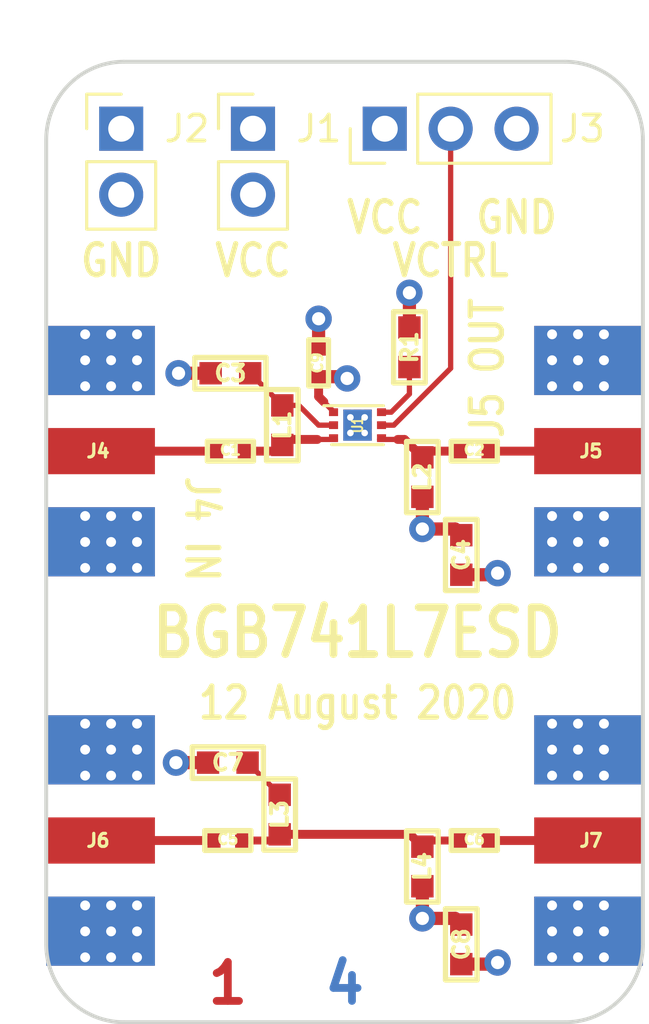
<source format=kicad_pcb>
(kicad_pcb (version 20221018) (generator pcbnew)
  (layers (0 "F.Cu" signal "C1F.Cu") (1 "In1.Cu" signal "C2.Cu") (2 "In2.Cu" signal "C3.Cu") (31 "B.Cu" signal "C4B.Cu") (34 "B.Paste" user) (35 "F.Paste" user) (36 "B.SilkS" user "B.Silkscreen") (37 "F.SilkS" user "F.Silkscreen") (38 "B.Mask" user) (39 "F.Mask" user) (44 "Edge.Cuts" user))
  (net 0 "")
  (net 1 "Net-(C1-Pad2)")
  (net 2 "Net-(C1-Pad1)")
  (net 3 "Net-(C2-Pad2)")
  (net 4 "Net-(C2-Pad1)")
  (net 5 "Net-(C3-Pad2)")
  (net 6 "GND")
  (net 7 "VCC")
  (net 8 "Net-(C5-Pad2)")
  (net 9 "Net-(C5-Pad1)")
  (net 10 "Net-(C6-Pad1)")
  (net 11 "Net-(C7-Pad2)")
  (net 12 "Net-(J3-Pad2)")
  (net 13 "Net-(R1-Pad2)")
  (footprint "gsg-modules:0402" (layer "F.Cu") (at 140.1 81 180)
    (fp_text reference "C1" (at 0 0.0508 180) (layer "F.SilkS") (effects (font (size 0.4064 0.4064) (thickness 0.1016))))
    (fp_text value "100nF" hide)
    (fp_line (start -0.889 -0.381) (end 0.889 -0.381) (stroke (width 0.2032)) (layer "F.SilkS"))
    (fp_line (start -0.889 0.381) (end -0.889 -0.381) (stroke (width 0.2032)) (layer "F.SilkS"))
    (fp_line (start 0.889 -0.381) (end 0.889 0.381) (stroke (width 0.2032)) (layer "F.SilkS"))
    (fp_line (start 0.889 0.381) (end -0.889 0.381) (stroke (width 0.2032)) (layer "F.SilkS"))
    (pad "1" smd rect (at -0.5334 0 180) (size 0.508 0.5588) (layers "F.Cu" "F.Paste" "F.Mask") (net 2 "Net-(C1-Pad1)"))
    (pad "2" smd rect (at 0.5334 0 180) (size 0.508 0.5588) (layers "F.Cu" "F.Paste" "F.Mask") (net 1 "Net-(C1-Pad2)"))
  )
  (footprint "gsg-modules:0402" (layer "F.Cu") (at 149.5 81 180)
    (fp_text reference "C2" (at 0 0.0508 180) (layer "F.SilkS") (effects (font (size 0.4064 0.4064) (thickness 0.1016))))
    (fp_text value "100nF" hide)
    (fp_line (start -0.889 -0.381) (end 0.889 -0.381) (stroke (width 0.2032)) (layer "F.SilkS"))
    (fp_line (start -0.889 0.381) (end -0.889 -0.381) (stroke (width 0.2032)) (layer "F.SilkS"))
    (fp_line (start 0.889 -0.381) (end 0.889 0.381) (stroke (width 0.2032)) (layer "F.SilkS"))
    (fp_line (start 0.889 0.381) (end -0.889 0.381) (stroke (width 0.2032)) (layer "F.SilkS"))
    (pad "1" smd rect (at -0.5334 0 180) (size 0.508 0.5588) (layers "F.Cu" "F.Paste" "F.Mask") (net 4 "Net-(C2-Pad1)"))
    (pad "2" smd rect (at 0.5334 0 180) (size 0.508 0.5588) (layers "F.Cu" "F.Paste" "F.Mask") (net 3 "Net-(C2-Pad2)"))
  )
  (footprint "gsg-modules:0603" (layer "F.Cu") (at 140.1 78)
    (fp_text reference "C3" (at 0 0) (layer "F.SilkS") (effects (font (size 0.6096 0.6096) (thickness 0.1524))))
    (fp_text value "1uF" hide)
    (fp_line (start -1.3716 -0.6096) (end -1.3716 0.6096) (stroke (width 0.2032)) (layer "F.SilkS"))
    (fp_line (start -1.3716 0.6096) (end 1.3716 0.6096) (stroke (width 0.2032)) (layer "F.SilkS"))
    (fp_line (start 1.3716 -0.6096) (end -1.3716 -0.6096) (stroke (width 0.2032)) (layer "F.SilkS"))
    (fp_line (start 1.3716 0.6096) (end 1.3716 -0.6096) (stroke (width 0.2032)) (layer "F.SilkS"))
    (pad "1" smd rect (at -0.762 0) (size 0.8636 0.8636) (layers "F.Cu" "F.Paste" "F.Mask") (net 6 "GND") (clearance 0.1778))
    (pad "2" smd rect (at 0.762 0) (size 0.8636 0.8636) (layers "F.Cu" "F.Paste" "F.Mask") (net 5 "Net-(C3-Pad2)") (clearance 0.1778))
  )
  (footprint "gsg-modules:0603" (layer "F.Cu") (at 149 85 90)
    (fp_text reference "C4" (at 0 0 90) (layer "F.SilkS") (effects (font (size 0.6096 0.6096) (thickness 0.1524))))
    (fp_text value "1uF" hide)
    (fp_line (start -1.3716 -0.6096) (end -1.3716 0.6096) (stroke (width 0.2032)) (layer "F.SilkS"))
    (fp_line (start -1.3716 0.6096) (end 1.3716 0.6096) (stroke (width 0.2032)) (layer "F.SilkS"))
    (fp_line (start 1.3716 -0.6096) (end -1.3716 -0.6096) (stroke (width 0.2032)) (layer "F.SilkS"))
    (fp_line (start 1.3716 0.6096) (end 1.3716 -0.6096) (stroke (width 0.2032)) (layer "F.SilkS"))
    (pad "1" smd rect (at -0.762 0 90) (size 0.8636 0.8636) (layers "F.Cu" "F.Paste" "F.Mask") (net 6 "GND") (clearance 0.1778))
    (pad "2" smd rect (at 0.762 0 90) (size 0.8636 0.8636) (layers "F.Cu" "F.Paste" "F.Mask") (net 7 "VCC") (clearance 0.1778))
  )
  (footprint "gsg-modules:SMA-73251-2120" (layer "F.Cu") (at 156 81 180)
    (fp_text reference "J5" (at 1.99898 0) (layer "F.SilkS") (effects (font (size 0.50038 0.50038) (thickness 0.12446))))
    (fp_text value "CONN_COAXIAL" hide)
    (pad "1" smd rect (at 2.095 0 180) (size 4.19 1.78) (layers "F.Cu" "F.Mask") (net 4 "Net-(C2-Pad1)"))
    (pad "2" thru_hole circle (at 1.5 -4.5 180) (size 0.6 0.6) (drill 0.381) (layers "*.Cu") (net 6 "GND"))
    (pad "2" thru_hole circle (at 1.5 -3.5 180) (size 0.6 0.6) (drill 0.381) (layers "*.Cu") (net 6 "GND"))
    (pad "2" thru_hole circle (at 1.5 -2.5 180) (size 0.6 0.6) (drill 0.381) (layers "*.Cu") (net 6 "GND"))
    (pad "2" thru_hole circle (at 1.5 2.5 180) (size 0.6 0.6) (drill 0.381) (layers "*.Cu") (net 6 "GND"))
    (pad "2" thru_hole circle (at 1.5 3.5 180) (size 0.6 0.6) (drill 0.381) (layers "*.Cu") (net 6 "GND"))
    (pad "2" thru_hole circle (at 1.5 4.5 180) (size 0.6 0.6) (drill 0.381) (layers "*.Cu") (net 6 "GND"))
    (pad "2" smd rect (at 2.095 -3.4925 180) (size 4.19 2.665) (layers "F.Cu" "F.Mask") (net 6 "GND"))
    (pad "2" smd rect (at 2.095 -3.4925 180) (size 4.19 2.665) (layers "B.Cu" "B.Mask") (net 6 "GND"))
    (pad "2" smd rect (at 2.095 3.4925 180) (size 4.19 2.665) (layers "F.Cu" "F.Mask") (net 6 "GND"))
    (pad "2" smd rect (at 2.095 3.4925 180) (size 4.19 2.665) (layers "B.Cu" "B.Mask") (net 6 "GND"))
    (pad "2" thru_hole circle (at 2.5 -4.5 180) (size 0.6 0.6) (drill 0.381) (layers "*.Cu") (net 6 "GND"))
    (pad "2" thru_hole circle (at 2.5 -3.5 180) (size 0.6 0.6) (drill 0.381) (layers "*.Cu") (net 6 "GND"))
    (pad "2" thru_hole circle (at 2.5 -2.5 180) (size 0.6 0.6) (drill 0.381) (layers "*.Cu") (net 6 "GND"))
    (pad "2" thru_hole circle (at 2.5 2.5 180) (size 0.6 0.6) (drill 0.381) (layers "*.Cu") (net 6 "GND"))
    (pad "2" thru_hole circle (at 2.5 3.5 180) (size 0.6 0.6) (drill 0.381) (layers "*.Cu") (net 6 "GND"))
    (pad "2" thru_hole circle (at 2.5 4.5 180) (size 0.6 0.6) (drill 0.381) (layers "*.Cu") (net 6 "GND"))
    (pad "2" thru_hole circle (at 3.5 -4.5 180) (size 0.6 0.6) (drill 0.381) (layers "*.Cu") (net 6 "GND"))
    (pad "2" thru_hole circle (at 3.5 -3.5 180) (size 0.6 0.6) (drill 0.381) (layers "*.Cu") (net 6 "GND"))
    (pad "2" thru_hole circle (at 3.5 -2.5 180) (size 0.6 0.6) (drill 0.381) (layers "*.Cu") (net 6 "GND"))
    (pad "2" thru_hole circle (at 3.5 2.5 180) (size 0.6 0.6) (drill 0.381) (layers "*.Cu") (net 6 "GND"))
    (pad "2" thru_hole circle (at 3.5 3.5 180) (size 0.6 0.6) (drill 0.381) (layers "*.Cu") (net 6 "GND"))
    (pad "2" thru_hole circle (at 3.5 4.5 180) (size 0.6 0.6) (drill 0.381) (layers "*.Cu") (net 6 "GND"))
  )
  (footprint "gsg-modules:0603" (layer "F.Cu") (at 142.1 80 90)
    (fp_text reference "L1" (at 0 0 90) (layer "F.SilkS") (effects (font (size 0.6096 0.6096) (thickness 0.1524))))
    (fp_text value "10uH" hide)
    (fp_line (start -1.3716 -0.6096) (end -1.3716 0.6096) (stroke (width 0.2032)) (layer "F.SilkS"))
    (fp_line (start -1.3716 0.6096) (end 1.3716 0.6096) (stroke (width 0.2032)) (layer "F.SilkS"))
    (fp_line (start 1.3716 -0.6096) (end -1.3716 -0.6096) (stroke (width 0.2032)) (layer "F.SilkS"))
    (fp_line (start 1.3716 0.6096) (end 1.3716 -0.6096) (stroke (width 0.2032)) (layer "F.SilkS"))
    (pad "1" smd rect (at -0.762 0 90) (size 0.8636 0.8636) (layers "F.Cu" "F.Paste" "F.Mask") (net 2 "Net-(C1-Pad1)") (clearance 0.1778))
    (pad "2" smd rect (at 0.762 0 90) (size 0.8636 0.8636) (layers "F.Cu" "F.Paste" "F.Mask") (net 5 "Net-(C3-Pad2)") (clearance 0.1778))
  )
  (footprint "gsg-modules:0603" (layer "F.Cu") (at 147.5 82 -90)
    (fp_text reference "L2" (at 0 0 270) (layer "F.SilkS") (effects (font (size 0.6096 0.6096) (thickness 0.1524))))
    (fp_text value "10uH" hide)
    (fp_line (start -1.3716 -0.6096) (end -1.3716 0.6096) (stroke (width 0.2032)) (layer "F.SilkS"))
    (fp_line (start -1.3716 0.6096) (end 1.3716 0.6096) (stroke (width 0.2032)) (layer "F.SilkS"))
    (fp_line (start 1.3716 -0.6096) (end -1.3716 -0.6096) (stroke (width 0.2032)) (layer "F.SilkS"))
    (fp_line (start 1.3716 0.6096) (end 1.3716 -0.6096) (stroke (width 0.2032)) (layer "F.SilkS"))
    (pad "1" smd rect (at -0.762 0 270) (size 0.8636 0.8636) (layers "F.Cu" "F.Paste" "F.Mask") (net 3 "Net-(C2-Pad2)") (clearance 0.1778))
    (pad "2" smd rect (at 0.762 0 270) (size 0.8636 0.8636) (layers "F.Cu" "F.Paste" "F.Mask") (net 7 "VCC") (clearance 0.1778))
  )
  (footprint "gsg-modules:0603" (layer "F.Cu") (at 147 77 -90)
    (fp_text reference "R1" (at 0 0 270) (layer "F.SilkS") (effects (font (size 0.6096 0.6096) (thickness 0.1524))))
    (fp_text value "3k" hide)
    (fp_line (start -1.3716 -0.6096) (end -1.3716 0.6096) (stroke (width 0.2032)) (layer "F.SilkS"))
    (fp_line (start -1.3716 0.6096) (end 1.3716 0.6096) (stroke (width 0.2032)) (layer "F.SilkS"))
    (fp_line (start 1.3716 -0.6096) (end -1.3716 -0.6096) (stroke (width 0.2032)) (layer "F.SilkS"))
    (fp_line (start 1.3716 0.6096) (end 1.3716 -0.6096) (stroke (width 0.2032)) (layer "F.SilkS"))
    (pad "1" smd rect (at -0.762 0 270) (size 0.8636 0.8636) (layers "F.Cu" "F.Paste" "F.Mask") (net 7 "VCC") (clearance 0.1778))
    (pad "2" smd rect (at 0.762 0 270) (size 0.8636 0.8636) (layers "F.Cu" "F.Paste" "F.Mask") (net 13 "Net-(R1-Pad2)") (clearance 0.1778))
  )
  (footprint "gsg-modules:SMA-73251-2120" (layer "F.Cu") (at 133 81)
    (fp_text reference "J4" (at 1.99898 0) (layer "F.SilkS") (effects (font (size 0.50038 0.50038) (thickness 0.12446))))
    (fp_text value "CONN_COAXIAL" hide)
    (pad "1" smd rect (at 2.095 0) (size 4.19 1.78) (layers "F.Cu" "F.Mask") (net 1 "Net-(C1-Pad2)"))
    (pad "2" thru_hole circle (at 1.5 -4.5) (size 0.6 0.6) (drill 0.381) (layers "*.Cu") (net 6 "GND"))
    (pad "2" thru_hole circle (at 1.5 -3.5) (size 0.6 0.6) (drill 0.381) (layers "*.Cu") (net 6 "GND"))
    (pad "2" thru_hole circle (at 1.5 -2.5) (size 0.6 0.6) (drill 0.381) (layers "*.Cu") (net 6 "GND"))
    (pad "2" thru_hole circle (at 1.5 2.5) (size 0.6 0.6) (drill 0.381) (layers "*.Cu") (net 6 "GND"))
    (pad "2" thru_hole circle (at 1.5 3.5) (size 0.6 0.6) (drill 0.381) (layers "*.Cu") (net 6 "GND"))
    (pad "2" thru_hole circle (at 1.5 4.5) (size 0.6 0.6) (drill 0.381) (layers "*.Cu") (net 6 "GND"))
    (pad "2" smd rect (at 2.095 -3.4925) (size 4.19 2.665) (layers "F.Cu" "F.Mask") (net 6 "GND"))
    (pad "2" smd rect (at 2.095 -3.4925) (size 4.19 2.665) (layers "B.Cu" "B.Mask") (net 6 "GND"))
    (pad "2" smd rect (at 2.095 3.4925) (size 4.19 2.665) (layers "F.Cu" "F.Mask") (net 6 "GND"))
    (pad "2" smd rect (at 2.095 3.4925) (size 4.19 2.665) (layers "B.Cu" "B.Mask") (net 6 "GND"))
    (pad "2" thru_hole circle (at 2.5 -4.5) (size 0.6 0.6) (drill 0.381) (layers "*.Cu") (net 6 "GND"))
    (pad "2" thru_hole circle (at 2.5 -3.5) (size 0.6 0.6) (drill 0.381) (layers "*.Cu") (net 6 "GND"))
    (pad "2" thru_hole circle (at 2.5 -2.5) (size 0.6 0.6) (drill 0.381) (layers "*.Cu") (net 6 "GND"))
    (pad "2" thru_hole circle (at 2.5 2.5) (size 0.6 0.6) (drill 0.381) (layers "*.Cu") (net 6 "GND"))
    (pad "2" thru_hole circle (at 2.5 3.5) (size 0.6 0.6) (drill 0.381) (layers "*.Cu") (net 6 "GND"))
    (pad "2" thru_hole circle (at 2.5 4.5) (size 0.6 0.6) (drill 0.381) (layers "*.Cu") (net 6 "GND"))
    (pad "2" thru_hole circle (at 3.5 -4.5) (size 0.6 0.6) (drill 0.381) (layers "*.Cu") (net 6 "GND"))
    (pad "2" thru_hole circle (at 3.5 -3.5) (size 0.6 0.6) (drill 0.381) (layers "*.Cu") (net 6 "GND"))
    (pad "2" thru_hole circle (at 3.5 -2.5) (size 0.6 0.6) (drill 0.381) (layers "*.Cu") (net 6 "GND"))
    (pad "2" thru_hole circle (at 3.5 2.5) (size 0.6 0.6) (drill 0.381) (layers "*.Cu") (net 6 "GND"))
    (pad "2" thru_hole circle (at 3.5 3.5) (size 0.6 0.6) (drill 0.381) (layers "*.Cu") (net 6 "GND"))
    (pad "2" thru_hole circle (at 3.5 4.5) (size 0.6 0.6) (drill 0.381) (layers "*.Cu") (net 6 "GND"))
  )
  (footprint "gsg-modules:0402" (layer "F.Cu") (at 143.5 77.6 -90)
    (fp_text reference "C9" (at 0 0.0508 270) (layer "F.SilkS") (effects (font (size 0.4064 0.4064) (thickness 0.1016))))
    (fp_text value "100nF" hide)
    (fp_line (start -0.889 -0.381) (end 0.889 -0.381) (stroke (width 0.2032)) (layer "F.SilkS"))
    (fp_line (start -0.889 0.381) (end -0.889 -0.381) (stroke (width 0.2032)) (layer "F.SilkS"))
    (fp_line (start 0.889 -0.381) (end 0.889 0.381) (stroke (width 0.2032)) (layer "F.SilkS"))
    (fp_line (start 0.889 0.381) (end -0.889 0.381) (stroke (width 0.2032)) (layer "F.SilkS"))
    (pad "1" smd rect (at -0.5334 0 270) (size 0.508 0.5588) (layers "F.Cu" "F.Paste" "F.Mask") (net 6 "GND"))
    (pad "2" smd rect (at 0.5334 0 270) (size 0.508 0.5588) (layers "F.Cu" "F.Paste" "F.Mask") (net 7 "VCC"))
  )
  (footprint "gsg-modules:TSLP-7-1" (layer "F.Cu") (at 145 80 -90)
    (fp_text reference "U1" (at 0 0 270) (layer "F.SilkS") (effects (font (size 0.39878 0.29972) (thickness 0.07493))))
    (fp_text value "BGB741L7ESD" hide)
    (fp_line (start -0.75 -1) (end -0.75 1.3) (stroke (width 0.12)) (layer "F.SilkS"))
    (fp_line (start 0.75 -1) (end 0.75 1) (stroke (width 0.12)) (layer "F.SilkS"))
    (pad "1" smd rect (at -0.5 0.925 270) (size 0.3 0.35) (layers "F.Cu" "F.Paste" "F.Mask") (net 7 "VCC"))
    (pad "2" smd rect (at 0 0.925 270) (size 0.3 0.35) (layers "F.Cu" "F.Paste" "F.Mask") (net 5 "Net-(C3-Pad2)"))
    (pad "3" smd rect (at 0.5 0.925 270) (size 0.3 0.35) (layers "F.Cu" "F.Paste" "F.Mask") (net 2 "Net-(C1-Pad1)"))
    (pad "4" smd rect (at 0.5 -0.925 270) (size 0.3 0.35) (layers "F.Cu" "F.Paste" "F.Mask") (net 3 "Net-(C2-Pad2)"))
    (pad "5" smd rect (at 0 -0.925 270) (size 0.3 0.35) (layers "F.Cu" "F.Paste" "F.Mask") (net 12 "Net-(J3-Pad2)"))
    (pad "6" smd rect (at -0.5 -0.925 270) (size 0.3 0.35) (layers "F.Cu" "F.Paste" "F.Mask") (net 13 "Net-(R1-Pad2)"))
    (pad "7" smd rect (at -0.45 -0.4 270) (size 0.3 0.3) (layers "F.Cu" "F.Paste") (net 6 "GND"))
    (pad "7" smd rect (at -0.45 0 270) (size 0.3 0.3) (layers "F.Cu" "F.Paste") (net 6 "GND"))
    (pad "7" smd rect (at -0.45 0.4 270) (size 0.3 0.3) (layers "F.Cu" "F.Paste") (net 6 "GND"))
    (pad "7" thru_hole circle (at -0.3 -0.275 270) (size 0.5 0.5) (drill 0.254) (layers "*.Cu" "*.Mask") (net 6 "GND"))
    (pad "7" thru_hole circle (at -0.3 0.275 270) (size 0.5 0.5) (drill 0.254) (layers "*.Cu" "*.Mask") (net 6 "GND"))
    (pad "7" smd rect (at 0 -0.4 270) (size 0.3 0.3) (layers "F.Cu" "F.Paste") (net 6 "GND"))
    (pad "7" smd rect (at 0 0 270) (size 0.3 0.3) (layers "F.Cu" "F.Paste") (net 6 "GND"))
    (pad "7" smd rect (at 0 0 270) (size 1.2 1.1) (layers "F.Cu" "F.Mask") (net 6 "GND"))
    (pad "7" smd rect (at 0 0 270) (size 1.2 1.1) (layers "B.Cu") (net 6 "GND"))
    (pad "7" smd rect (at 0 0.4 270) (size 0.3 0.3) (layers "F.Cu" "F.Paste") (net 6 "GND"))
    (pad "7" thru_hole circle (at 0.3 -0.275 270) (size 0.5 0.5) (drill 0.254) (layers "*.Cu" "*.Mask") (net 6 "GND"))
    (pad "7" thru_hole circle (at 0.3 0.275 270) (size 0.5 0.5) (drill 0.254) (layers "*.Cu" "*.Mask") (net 6 "GND"))
    (pad "7" smd rect (at 0.45 -0.4 270) (size 0.3 0.3) (layers "F.Cu" "F.Paste") (net 6 "GND"))
    (pad "7" smd rect (at 0.45 0 270) (size 0.3 0.3) (layers "F.Cu" "F.Paste") (net 6 "GND"))
    (pad "7" smd rect (at 0.45 0.4 270) (size 0.3 0.3) (layers "F.Cu" "F.Paste") (net 6 "GND"))
  )
  (footprint "gsg-modules:SMA-73251-2120" (layer "F.Cu") (at 133 96)
    (fp_text reference "J6" (at 1.99898 0) (layer "F.SilkS") (effects (font (size 0.50038 0.50038) (thickness 0.12446))))
    (fp_text value "CONN_COAXIAL" hide)
    (pad "1" smd rect (at 2.095 0) (size 4.19 1.78) (layers "F.Cu" "F.Mask") (net 8 "Net-(C5-Pad2)"))
    (pad "2" thru_hole circle (at 1.5 -4.5) (size 0.6 0.6) (drill 0.381) (layers "*.Cu") (net 6 "GND"))
    (pad "2" thru_hole circle (at 1.5 -3.5) (size 0.6 0.6) (drill 0.381) (layers "*.Cu") (net 6 "GND"))
    (pad "2" thru_hole circle (at 1.5 -2.5) (size 0.6 0.6) (drill 0.381) (layers "*.Cu") (net 6 "GND"))
    (pad "2" thru_hole circle (at 1.5 2.5) (size 0.6 0.6) (drill 0.381) (layers "*.Cu") (net 6 "GND"))
    (pad "2" thru_hole circle (at 1.5 3.5) (size 0.6 0.6) (drill 0.381) (layers "*.Cu") (net 6 "GND"))
    (pad "2" thru_hole circle (at 1.5 4.5) (size 0.6 0.6) (drill 0.381) (layers "*.Cu") (net 6 "GND"))
    (pad "2" smd rect (at 2.095 -3.4925) (size 4.19 2.665) (layers "F.Cu" "F.Mask") (net 6 "GND"))
    (pad "2" smd rect (at 2.095 -3.4925) (size 4.19 2.665) (layers "B.Cu" "B.Mask") (net 6 "GND"))
    (pad "2" smd rect (at 2.095 3.4925) (size 4.19 2.665) (layers "F.Cu" "F.Mask") (net 6 "GND"))
    (pad "2" smd rect (at 2.095 3.4925) (size 4.19 2.665) (layers "B.Cu" "B.Mask") (net 6 "GND"))
    (pad "2" thru_hole circle (at 2.5 -4.5) (size 0.6 0.6) (drill 0.381) (layers "*.Cu") (net 6 "GND"))
    (pad "2" thru_hole circle (at 2.5 -3.5) (size 0.6 0.6) (drill 0.381) (layers "*.Cu") (net 6 "GND"))
    (pad "2" thru_hole circle (at 2.5 -2.5) (size 0.6 0.6) (drill 0.381) (layers "*.Cu") (net 6 "GND"))
    (pad "2" thru_hole circle (at 2.5 2.5) (size 0.6 0.6) (drill 0.381) (layers "*.Cu") (net 6 "GND"))
    (pad "2" thru_hole circle (at 2.5 3.5) (size 0.6 0.6) (drill 0.381) (layers "*.Cu") (net 6 "GND"))
    (pad "2" thru_hole circle (at 2.5 4.5) (size 0.6 0.6) (drill 0.381) (layers "*.Cu") (net 6 "GND"))
    (pad "2" thru_hole circle (at 3.5 -4.5) (size 0.6 0.6) (drill 0.381) (layers "*.Cu") (net 6 "GND"))
    (pad "2" thru_hole circle (at 3.5 -3.5) (size 0.6 0.6) (drill 0.381) (layers "*.Cu") (net 6 "GND"))
    (pad "2" thru_hole circle (at 3.5 -2.5) (size 0.6 0.6) (drill 0.381) (layers "*.Cu") (net 6 "GND"))
    (pad "2" thru_hole circle (at 3.5 2.5) (size 0.6 0.6) (drill 0.381) (layers "*.Cu") (net 6 "GND"))
    (pad "2" thru_hole circle (at 3.5 3.5) (size 0.6 0.6) (drill 0.381) (layers "*.Cu") (net 6 "GND"))
    (pad "2" thru_hole circle (at 3.5 4.5) (size 0.6 0.6) (drill 0.381) (layers "*.Cu") (net 6 "GND"))
  )
  (footprint "gsg-modules:SMA-73251-2120" (layer "F.Cu") (at 156 96 180)
    (fp_text reference "J7" (at 1.99898 0) (layer "F.SilkS") (effects (font (size 0.50038 0.50038) (thickness 0.12446))))
    (fp_text value "CONN_COAXIAL" hide)
    (pad "1" smd rect (at 2.095 0 180) (size 4.19 1.78) (layers "F.Cu" "F.Mask") (net 10 "Net-(C6-Pad1)"))
    (pad "2" thru_hole circle (at 1.5 -4.5 180) (size 0.6 0.6) (drill 0.381) (layers "*.Cu") (net 6 "GND"))
    (pad "2" thru_hole circle (at 1.5 -3.5 180) (size 0.6 0.6) (drill 0.381) (layers "*.Cu") (net 6 "GND"))
    (pad "2" thru_hole circle (at 1.5 -2.5 180) (size 0.6 0.6) (drill 0.381) (layers "*.Cu") (net 6 "GND"))
    (pad "2" thru_hole circle (at 1.5 2.5 180) (size 0.6 0.6) (drill 0.381) (layers "*.Cu") (net 6 "GND"))
    (pad "2" thru_hole circle (at 1.5 3.5 180) (size 0.6 0.6) (drill 0.381) (layers "*.Cu") (net 6 "GND"))
    (pad "2" thru_hole circle (at 1.5 4.5 180) (size 0.6 0.6) (drill 0.381) (layers "*.Cu") (net 6 "GND"))
    (pad "2" smd rect (at 2.095 -3.4925 180) (size 4.19 2.665) (layers "F.Cu" "F.Mask") (net 6 "GND"))
    (pad "2" smd rect (at 2.095 -3.4925 180) (size 4.19 2.665) (layers "B.Cu" "B.Mask") (net 6 "GND"))
    (pad "2" smd rect (at 2.095 3.4925 180) (size 4.19 2.665) (layers "F.Cu" "F.Mask") (net 6 "GND"))
    (pad "2" smd rect (at 2.095 3.4925 180) (size 4.19 2.665) (layers "B.Cu" "B.Mask") (net 6 "GND"))
    (pad "2" thru_hole circle (at 2.5 -4.5 180) (size 0.6 0.6) (drill 0.381) (layers "*.Cu") (net 6 "GND"))
    (pad "2" thru_hole circle (at 2.5 -3.5 180) (size 0.6 0.6) (drill 0.381) (layers "*.Cu") (net 6 "GND"))
    (pad "2" thru_hole circle (at 2.5 -2.5 180) (size 0.6 0.6) (drill 0.381) (layers "*.Cu") (net 6 "GND"))
    (pad "2" thru_hole circle (at 2.5 2.5 180) (size 0.6 0.6) (drill 0.381) (layers "*.Cu") (net 6 "GND"))
    (pad "2" thru_hole circle (at 2.5 3.5 180) (size 0.6 0.6) (drill 0.381) (layers "*.Cu") (net 6 "GND"))
    (pad "2" thru_hole circle (at 2.5 4.5 180) (size 0.6 0.6) (drill 0.381) (layers "*.Cu") (net 6 "GND"))
    (pad "2" thru_hole circle (at 3.5 -4.5 180) (size 0.6 0.6) (drill 0.381) (layers "*.Cu") (net 6 "GND"))
    (pad "2" thru_hole circle (at 3.5 -3.5 180) (size 0.6 0.6) (drill 0.381) (layers "*.Cu") (net 6 "GND"))
    (pad "2" thru_hole circle (at 3.5 -2.5 180) (size 0.6 0.6) (drill 0.381) (layers "*.Cu") (net 6 "GND"))
    (pad "2" thru_hole circle (at 3.5 2.5 180) (size 0.6 0.6) (drill 0.381) (layers "*.Cu") (net 6 "GND"))
    (pad "2" thru_hole circle (at 3.5 3.5 180) (size 0.6 0.6) (drill 0.381) (layers "*.Cu") (net 6 "GND"))
    (pad "2" thru_hole circle (at 3.5 4.5 180) (size 0.6 0.6) (drill 0.381) (layers "*.Cu") (net 6 "GND"))
  )
  (footprint "gsg-modules:0402" (layer "F.Cu") (at 149.5 96 180)
    (fp_text reference "C6" (at 0 0.0508 180) (layer "F.SilkS") (effects (font (size 0.4064 0.4064) (thickness 0.1016))))
    (fp_text value "100nF" hide)
    (fp_line (start -0.889 -0.381) (end 0.889 -0.381) (stroke (width 0.2032)) (layer "F.SilkS"))
    (fp_line (start -0.889 0.381) (end -0.889 -0.381) (stroke (width 0.2032)) (layer "F.SilkS"))
    (fp_line (start 0.889 -0.381) (end 0.889 0.381) (stroke (width 0.2032)) (layer "F.SilkS"))
    (fp_line (start 0.889 0.381) (end -0.889 0.381) (stroke (width 0.2032)) (layer "F.SilkS"))
    (pad "1" smd rect (at -0.5334 0 180) (size 0.508 0.5588) (layers "F.Cu" "F.Paste" "F.Mask") (net 10 "Net-(C6-Pad1)"))
    (pad "2" smd rect (at 0.5334 0 180) (size 0.508 0.5588) (layers "F.Cu" "F.Paste" "F.Mask") (net 9 "Net-(C5-Pad1)"))
  )
  (footprint "gsg-modules:0402" (layer "F.Cu") (at 140 96 180)
    (fp_text reference "C5" (at 0 0.0508 180) (layer "F.SilkS") (effects (font (size 0.4064 0.4064) (thickness 0.1016))))
    (fp_text value "100nF" hide)
    (fp_line (start -0.889 -0.381) (end 0.889 -0.381) (stroke (width 0.2032)) (layer "F.SilkS"))
    (fp_line (start -0.889 0.381) (end -0.889 -0.381) (stroke (width 0.2032)) (layer "F.SilkS"))
    (fp_line (start 0.889 -0.381) (end 0.889 0.381) (stroke (width 0.2032)) (layer "F.SilkS"))
    (fp_line (start 0.889 0.381) (end -0.889 0.381) (stroke (width 0.2032)) (layer "F.SilkS"))
    (pad "1" smd rect (at -0.5334 0 180) (size 0.508 0.5588) (layers "F.Cu" "F.Paste" "F.Mask") (net 9 "Net-(C5-Pad1)"))
    (pad "2" smd rect (at 0.5334 0 180) (size 0.508 0.5588) (layers "F.Cu" "F.Paste" "F.Mask") (net 8 "Net-(C5-Pad2)"))
  )
  (footprint "gsg-modules:0603" (layer "F.Cu") (at 149 100 90)
    (fp_text reference "C8" (at 0 0 90) (layer "F.SilkS") (effects (font (size 0.6096 0.6096) (thickness 0.1524))))
    (fp_text value "1uF" hide)
    (fp_line (start -1.3716 -0.6096) (end -1.3716 0.6096) (stroke (width 0.2032)) (layer "F.SilkS"))
    (fp_line (start -1.3716 0.6096) (end 1.3716 0.6096) (stroke (width 0.2032)) (layer "F.SilkS"))
    (fp_line (start 1.3716 -0.6096) (end -1.3716 -0.6096) (stroke (width 0.2032)) (layer "F.SilkS"))
    (fp_line (start 1.3716 0.6096) (end 1.3716 -0.6096) (stroke (width 0.2032)) (layer "F.SilkS"))
    (pad "1" smd rect (at -0.762 0 90) (size 0.8636 0.8636) (layers "F.Cu" "F.Paste" "F.Mask") (net 6 "GND") (clearance 0.1778))
    (pad "2" smd rect (at 0.762 0 90) (size 0.8636 0.8636) (layers "F.Cu" "F.Paste" "F.Mask") (net 7 "VCC") (clearance 0.1778))
  )
  (footprint "gsg-modules:0603" (layer "F.Cu") (at 140 93)
    (fp_text reference "C7" (at 0 0) (layer "F.SilkS") (effects (font (size 0.6096 0.6096) (thickness 0.1524))))
    (fp_text value "1uF" hide)
    (fp_line (start -1.3716 -0.6096) (end -1.3716 0.6096) (stroke (width 0.2032)) (layer "F.SilkS"))
    (fp_line (start -1.3716 0.6096) (end 1.3716 0.6096) (stroke (width 0.2032)) (layer "F.SilkS"))
    (fp_line (start 1.3716 -0.6096) (end -1.3716 -0.6096) (stroke (width 0.2032)) (layer "F.SilkS"))
    (fp_line (start 1.3716 0.6096) (end 1.3716 -0.6096) (stroke (width 0.2032)) (layer "F.SilkS"))
    (pad "1" smd rect (at -0.762 0) (size 0.8636 0.8636) (layers "F.Cu" "F.Paste" "F.Mask") (net 6 "GND") (clearance 0.1778))
    (pad "2" smd rect (at 0.762 0) (size 0.8636 0.8636) (layers "F.Cu" "F.Paste" "F.Mask") (net 11 "Net-(C7-Pad2)") (clearance 0.1778))
  )
  (footprint "gsg-modules:0603" (layer "F.Cu") (at 142 95 90)
    (fp_text reference "L3" (at 0 0 90) (layer "F.SilkS") (effects (font (size 0.6096 0.6096) (thickness 0.1524))))
    (fp_text value "10uH" hide)
    (fp_line (start -1.3716 -0.6096) (end -1.3716 0.6096) (stroke (width 0.2032)) (layer "F.SilkS"))
    (fp_line (start -1.3716 0.6096) (end 1.3716 0.6096) (stroke (width 0.2032)) (layer "F.SilkS"))
    (fp_line (start 1.3716 -0.6096) (end -1.3716 -0.6096) (stroke (width 0.2032)) (layer "F.SilkS"))
    (fp_line (start 1.3716 0.6096) (end 1.3716 -0.6096) (stroke (width 0.2032)) (layer "F.SilkS"))
    (pad "1" smd rect (at -0.762 0 90) (size 0.8636 0.8636) (layers "F.Cu" "F.Paste" "F.Mask") (net 9 "Net-(C5-Pad1)") (clearance 0.1778))
    (pad "2" smd rect (at 0.762 0 90) (size 0.8636 0.8636) (layers "F.Cu" "F.Paste" "F.Mask") (net 11 "Net-(C7-Pad2)") (clearance 0.1778))
  )
  (footprint "gsg-modules:0603" (layer "F.Cu") (at 147.5 97 -90)
    (fp_text reference "L4" (at 0 0 270) (layer "F.SilkS") (effects (font (size 0.6096 0.6096) (thickness 0.1524))))
    (fp_text value "10uH" hide)
    (fp_line (start -1.3716 -0.6096) (end -1.3716 0.6096) (stroke (width 0.2032)) (layer "F.SilkS"))
    (fp_line (start -1.3716 0.6096) (end 1.3716 0.6096) (stroke (width 0.2032)) (layer "F.SilkS"))
    (fp_line (start 1.3716 -0.6096) (end -1.3716 -0.6096) (stroke (width 0.2032)) (layer "F.SilkS"))
    (fp_line (start 1.3716 0.6096) (end 1.3716 -0.6096) (stroke (width 0.2032)) (layer "F.SilkS"))
    (pad "1" smd rect (at -0.762 0 270) (size 0.8636 0.8636) (layers "F.Cu" "F.Paste" "F.Mask") (net 9 "Net-(C5-Pad1)") (clearance 0.1778))
    (pad "2" smd rect (at 0.762 0 270) (size 0.8636 0.8636) (layers "F.Cu" "F.Paste" "F.Mask") (net 7 "VCC") (clearance 0.1778))
  )
  (footprint "Connector_PinHeader_2.54mm:PinHeader_1x02_P2.54mm_Vertical" (layer "F.Cu") (at 135.89 68.58)
    (fp_text reference "J2" (at 2.54 0) (layer "F.SilkS"))
    (fp_text value "Conn_01x02")
    (fp_line (start -1.33 -1.33) (end 0 -1.33) (stroke (width 0.12)) (layer "F.SilkS"))
    (fp_line (start -1.33 0) (end -1.33 -1.33) (stroke (width 0.12)) (layer "F.SilkS"))
    (fp_line (start -1.33 1.27) (end -1.33 3.87) (stroke (width 0.12)) (layer "F.SilkS"))
    (fp_line (start -1.33 1.27) (end 1.33 1.27) (stroke (width 0.12)) (layer "F.SilkS"))
    (fp_line (start -1.33 3.87) (end 1.33 3.87) (stroke (width 0.12)) (layer "F.SilkS"))
    (fp_line (start 1.33 1.27) (end 1.33 3.87) (stroke (width 0.12)) (layer "F.SilkS"))
    (pad "1" thru_hole rect (at 0 0) (size 1.7 1.7) (drill 1) (layers "*.Cu" "*.Mask") (net 6 "GND"))
    (pad "2" thru_hole oval (at 0 2.54) (size 1.7 1.7) (drill 1) (layers "*.Cu" "*.Mask") (net 6 "GND"))
  )
  (footprint "Connector_PinHeader_2.54mm:PinHeader_1x02_P2.54mm_Vertical" (layer "F.Cu") (at 140.97 68.58)
    (fp_text reference "J1" (at 2.54 0 180) (layer "F.SilkS"))
    (fp_text value "Conn_01x02")
    (fp_line (start -1.33 -1.33) (end 0 -1.33) (stroke (width 0.12)) (layer "F.SilkS"))
    (fp_line (start -1.33 0) (end -1.33 -1.33) (stroke (width 0.12)) (layer "F.SilkS"))
    (fp_line (start -1.33 1.27) (end -1.33 3.87) (stroke (width 0.12)) (layer "F.SilkS"))
    (fp_line (start -1.33 1.27) (end 1.33 1.27) (stroke (width 0.12)) (layer "F.SilkS"))
    (fp_line (start -1.33 3.87) (end 1.33 3.87) (stroke (width 0.12)) (layer "F.SilkS"))
    (fp_line (start 1.33 1.27) (end 1.33 3.87) (stroke (width 0.12)) (layer "F.SilkS"))
    (pad "1" thru_hole rect (at 0 0) (size 1.7 1.7) (drill 1) (layers "*.Cu" "*.Mask") (net 7 "VCC"))
    (pad "2" thru_hole oval (at 0 2.54) (size 1.7 1.7) (drill 1) (layers "*.Cu" "*.Mask") (net 7 "VCC"))
  )
  (footprint "Connector_PinHeader_2.54mm:PinHeader_1x03_P2.54mm_Vertical" (layer "F.Cu") (at 146.05 68.58 90)
    (fp_text reference "J3" (at 0 7.62 180) (layer "F.SilkS"))
    (fp_text value "CONN_01X03")
    (fp_line (start -1.33 -1.33) (end 0 -1.33) (stroke (width 0.12)) (layer "F.SilkS"))
    (fp_line (start -1.33 0) (end -1.33 -1.33) (stroke (width 0.12)) (layer "F.SilkS"))
    (fp_line (start -1.33 1.27) (end -1.33 6.41) (stroke (width 0.12)) (layer "F.SilkS"))
    (fp_line (start -1.33 1.27) (end 1.33 1.27) (stroke (width 0.12)) (layer "F.SilkS"))
    (fp_line (start -1.33 6.41) (end 1.33 6.41) (stroke (width 0.12)) (layer "F.SilkS"))
    (fp_line (start 1.33 1.27) (end 1.33 6.41) (stroke (width 0.12)) (layer "F.SilkS"))
    (pad "1" thru_hole rect (at 0 0 90) (size 1.7 1.7) (drill 1) (layers "*.Cu" "*.Mask") (net 7 "VCC"))
    (pad "2" thru_hole oval (at 0 2.54 90) (size 1.7 1.7) (drill 1) (layers "*.Cu" "*.Mask") (net 12 "Net-(J3-Pad2)"))
    (pad "3" thru_hole oval (at 0 5.08 90) (size 1.7 1.7) (drill 1) (layers "*.Cu" "*.Mask") (net 6 "GND"))
  )
  (gr_line (start 136 103) (end 153 103) (stroke (width 0.15)) (layer "Edge.Cuts"))
  (gr_line (start 156 100) (end 156 69) (stroke (width 0.15)) (layer "Edge.Cuts"))
  (gr_line (start 133 69) (end 133 100) (stroke (width 0.15)) (layer "Edge.Cuts"))
  (gr_line (start 136 66) (end 153 66) (stroke (width 0.15)) (layer "Edge.Cuts"))
  (gr_arc (start 156 100) (mid 155.12132 102.12132) (end 153 103) (stroke (width 0.15)) (layer "Edge.Cuts"))
  (gr_arc (start 153 66) (mid 155.12132 66.87868) (end 156 69) (stroke (width 0.15)) (layer "Edge.Cuts"))
  (gr_arc (start 136 103) (mid 133.87868 102.12132) (end 133 100) (stroke (width 0.15)) (layer "Edge.Cuts"))
  (gr_arc (start 133 69) (mid 133.87868 66.87868) (end 136 66) (stroke (width 0.15)) (layer "Edge.Cuts"))
  (gr_text "1" (at 140 101.5) (layer "F.Cu") (effects (font (size 1.5 1.5) (thickness 0.3))))
  (gr_text "4" (at 144.5 101.5) (layer "B.Cu") (effects (font (size 1.5 1.5) (thickness 0.3))))
  (gr_text "VCTRL" (at 148.59 73.66) (layer "F.SilkS") (effects (font (size 1.2 1) (thickness 0.2))))
  (gr_text "GND" (at 135.89 73.66) (layer "F.SilkS") (effects (font (size 1.2 1) (thickness 0.2))))
  (gr_text "VCC" (at 146.05 72) (layer "F.SilkS") (effects (font (size 1.2 1) (thickness 0.2))))
  (gr_text "GND" (at 151.13 72) (layer "F.SilkS") (effects (font (size 1.2 1) (thickness 0.2))))
  (gr_text "J5 OUT" (at 150 77.8 90) (layer "F.SilkS") (effects (font (size 1.2 1) (thickness 0.2))))
  (gr_text "J4 IN" (at 139 84 270) (layer "F.SilkS") (effects (font (size 1.2 1) (thickness 0.2))))
  (gr_text "BGB741L7ESD" (at 145 88) (layer "F.SilkS") (effects (font (size 1.8 1.5) (thickness 0.3))))
  (gr_text "VCC" (at 140.97 73.66) (layer "F.SilkS") (effects (font (size 1.2 1) (thickness 0.2))))
  (gr_text "12 August 2020" (at 145 90.7) (layer "F.SilkS") (effects (font (size 1.2 1) (thickness 0.2))))
  (segment (start 139.5666 81) (end 135.095 81) (width 0.3429) (layer "F.Cu") (net 1))
  (segment (start 143.45 80.55) (end 144.15 80.55) (width 0.2032) (layer "F.Cu") (net 2))
  (segment (start 141.862 81) (end 142.1 80.762) (width 0.3429) (layer "F.Cu") (net 2))
  (segment (start 143.45 80.55) (end 142.312 80.55) (width 0.3429) (layer "F.Cu") (net 2))
  (segment (start 140.6334 81) (end 141.862 81) (width 0.3429) (layer "F.Cu") (net 2))
  (segment (start 142.312 80.55) (end 142.1 80.762) (width 0.3429) (layer "F.Cu") (net 2))
  (segment (start 146.812 80.55) (end 147.5 81.238) (width 0.3429) (layer "F.Cu") (net 3))
  (segment (start 148.9666 81) (end 147.738 81) (width 0.3429) (layer "F.Cu") (net 3))
  (segment (start 145.85 80.55) (end 146.55 80.55) (width 0.2032) (layer "F.Cu") (net 3))
  (segment (start 147.738 81) (end 147.5 81.238) (width 0.3429) (layer "F.Cu") (net 3))
  (segment (start 146.55 80.55) (end 146.812 80.55) (width 0.3429) (layer "F.Cu") (net 3))
  (segment (start 150.0334 81) (end 153.905 81) (width 0.3429) (layer "F.Cu") (net 4))
  (segment (start 142.738 79.238) (end 142.1 79.238) (width 0.2032) (layer "F.Cu") (net 5))
  (segment (start 144.075 80) (end 143.5 80) (width 0.2032) (layer "F.Cu") (net 5))
  (segment (start 140.862 78) (end 142.1 79.238) (width 0.2032) (layer "F.Cu") (net 5))
  (segment (start 143.5 80) (end 142.738 79.238) (width 0.2032) (layer "F.Cu") (net 5))
  (segment (start 150.338 85.762) (end 150.4 85.7) (width 0.508) (layer "F.Cu") (net 6))
  (segment (start 139.238 93) (end 138 93) (width 0.508) (layer "F.Cu") (net 6))
  (segment (start 150.338 100.762) (end 150.4 100.7) (width 0.508) (layer "F.Cu") (net 6))
  (segment (start 149 100.762) (end 150.338 100.762) (width 0.508) (layer "F.Cu") (net 6))
  (segment (start 143.5 77.0666) (end 143.5 75.9) (width 0.508) (layer "F.Cu") (net 6))
  (segment (start 149 85.762) (end 150.338 85.762) (width 0.508) (layer "F.Cu") (net 6))
  (segment (start 139.338 78) (end 138.1 78) (width 0.508) (layer "F.Cu") (net 6))
  (via (at 150.4 100.7) (size 1.016) (drill 0.508) (layers "F.Cu" "B.Cu") (net 6))
  (via (at 138 93) (size 1.016) (drill 0.508) (layers "F.Cu" "B.Cu") (net 6))
  (via (at 143.5 75.9) (size 1.016) (drill 0.508) (layers "F.Cu" "B.Cu") (net 6))
  (via (at 150.4 85.7) (size 1.016) (drill 0.508) (layers "F.Cu" "B.Cu") (net 6))
  (via (at 138.1 78) (size 1.016) (drill 0.508) (layers "F.Cu" "B.Cu") (net 6))
  (segment (start 148.762 84) (end 149 84.238) (width 0.508) (layer "F.Cu") (net 7))
  (segment (start 148.762 99) (end 147.5 99) (width 0.508) (layer "F.Cu") (net 7))
  (segment (start 148.762 99) (end 149 99.238) (width 0.508) (layer "F.Cu") (net 7))
  (segment (start 147.5 99) (end 147.5 97.762) (width 0.508) (layer "F.Cu") (net 7))
  (segment (start 144.5334 78.1334) (end 144.6 78.2) (width 0.508) (layer "F.Cu") (net 7))
  (segment (start 143.7 79.1) (end 143.5 78.9) (width 0.3429) (layer "F.Cu") (net 7))
  (segment (start 147 76.238) (end 147 74.9) (width 0.508) (layer "F.Cu") (net 7))
  (segment (start 144.075 79.5) (end 144.075 79.475) (width 0.2032) (layer "F.Cu") (net 7))
  (segment (start 143.5 78.1334) (end 144.5334 78.1334) (width 0.508) (layer "F.Cu") (net 7))
  (segment (start 148.762 84) (end 147.5 84) (width 0.508) (layer "F.Cu") (net 7))
  (segment (start 144.075 79.475) (end 143.7 79.1) (width 0.2032) (layer "F.Cu") (net 7))
  (segment (start 147.5 84) (end 147.5 82.762) (width 0.508) (layer "F.Cu") (net 7))
  (segment (start 143.5 78.9) (end 143.5 78.1334) (width 0.3429) (layer "F.Cu") (net 7))
  (via (at 147.5 99) (size 1.016) (drill 0.508) (layers "F.Cu" "B.Cu") (net 7))
  (via (at 147.5 84) (size 1.016) (drill 0.508) (layers "F.Cu" "B.Cu") (net 7))
  (via (at 147 74.9) (size 1.016) (drill 0.508) (layers "F.Cu" "B.Cu") (net 7))
  (via (at 144.6 78.2) (size 1.016) (drill 0.508) (layers "F.Cu" "B.Cu") (net 7))
  (segment (start 139.4666 96) (end 135.095 96) (width 0.3429) (layer "F.Cu") (net 8))
  (segment (start 141.762 96) (end 142 95.762) (width 0.3048) (layer "F.Cu") (net 9))
  (segment (start 148.9666 96) (end 147.738 96) (width 0.3048) (layer "F.Cu") (net 9))
  (segment (start 140.5334 96) (end 141.762 96) (width 0.3048) (layer "F.Cu") (net 9))
  (segment (start 147.738 96) (end 147.5 96.238) (width 0.3048) (layer "F.Cu") (net 9))
  (segment (start 147.024 95.762) (end 147.5 96.238) (width 0.3429) (layer "F.Cu") (net 9))
  (segment (start 142 95.762) (end 147.024 95.762) (width 0.3429) (layer "F.Cu") (net 9))
  (segment (start 150.0334 96) (end 153.905 96) (width 0.3429) (layer "F.Cu") (net 10))
  (segment (start 140.762 93) (end 142 94.238) (width 0.2032) (layer "F.Cu") (net 11))
  (segment (start 148.59 77.81) (end 148.59 68.58) (width 0.2032) (layer "F.Cu") (net 12))
  (segment (start 146.4 80) (end 148.59 77.81) (width 0.2032) (layer "F.Cu") (net 12))
  (segment (start 145.925 80) (end 146.4 80) (width 0.2032) (layer "F.Cu") (net 12))
  (segment (start 146.3 79.5) (end 147 78.8) (width 0.2032) (layer "F.Cu") (net 13))
  (segment (start 145.925 79.5) (end 146.3 79.5) (width 0.2032) (layer "F.Cu") (net 13))
  (segment (start 147 78.8) (end 147 77.762) (width 0.2032) (layer "F.Cu") (net 13))
)
</source>
